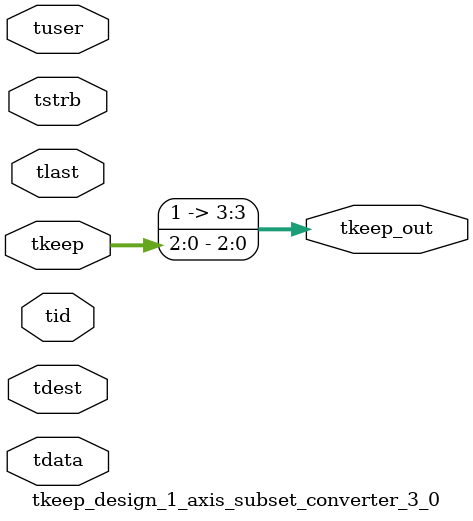
<source format=v>


`timescale 1ps/1ps

module tkeep_design_1_axis_subset_converter_3_0 #
(
parameter C_S_AXIS_TDATA_WIDTH = 32,
parameter C_S_AXIS_TUSER_WIDTH = 0,
parameter C_S_AXIS_TID_WIDTH   = 0,
parameter C_S_AXIS_TDEST_WIDTH = 0,
parameter C_M_AXIS_TDATA_WIDTH = 32
)
(
input  [(C_S_AXIS_TDATA_WIDTH == 0 ? 1 : C_S_AXIS_TDATA_WIDTH)-1:0     ] tdata,
input  [(C_S_AXIS_TUSER_WIDTH == 0 ? 1 : C_S_AXIS_TUSER_WIDTH)-1:0     ] tuser,
input  [(C_S_AXIS_TID_WIDTH   == 0 ? 1 : C_S_AXIS_TID_WIDTH)-1:0       ] tid,
input  [(C_S_AXIS_TDEST_WIDTH == 0 ? 1 : C_S_AXIS_TDEST_WIDTH)-1:0     ] tdest,
input  [(C_S_AXIS_TDATA_WIDTH/8)-1:0 ] tkeep,
input  [(C_S_AXIS_TDATA_WIDTH/8)-1:0 ] tstrb,
input                                                                    tlast,
output [(C_M_AXIS_TDATA_WIDTH/8)-1:0 ] tkeep_out
);

assign tkeep_out = {1'b1,tkeep[2:0]};

endmodule


</source>
